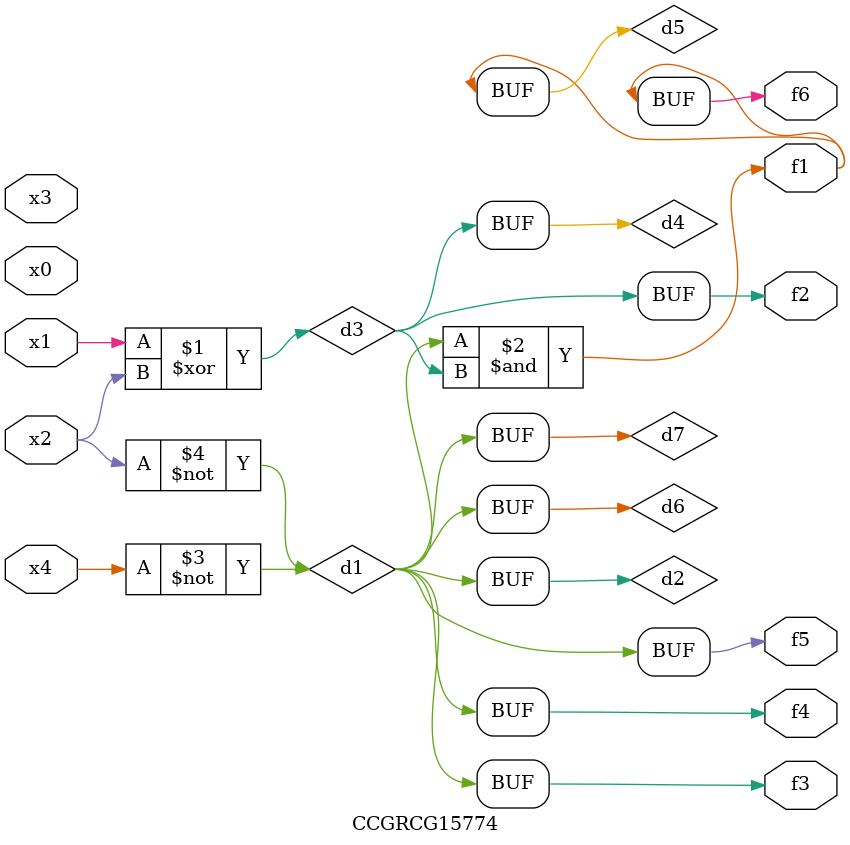
<source format=v>
module CCGRCG15774(
	input x0, x1, x2, x3, x4,
	output f1, f2, f3, f4, f5, f6
);

	wire d1, d2, d3, d4, d5, d6, d7;

	not (d1, x4);
	not (d2, x2);
	xor (d3, x1, x2);
	buf (d4, d3);
	and (d5, d1, d3);
	buf (d6, d1, d2);
	buf (d7, d2);
	assign f1 = d5;
	assign f2 = d4;
	assign f3 = d7;
	assign f4 = d7;
	assign f5 = d7;
	assign f6 = d5;
endmodule

</source>
